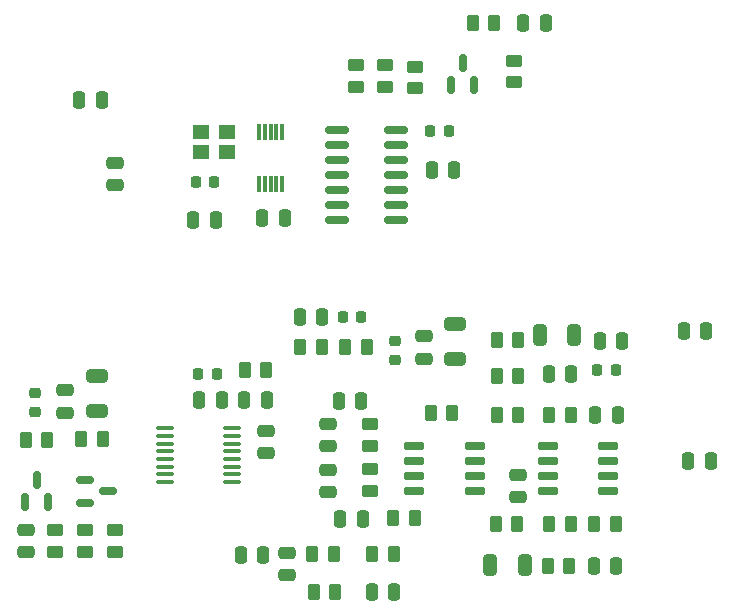
<source format=gbr>
%TF.GenerationSoftware,KiCad,Pcbnew,(6.0.0)*%
%TF.CreationDate,2022-06-16T16:12:24+02:00*%
%TF.ProjectId,sdrt41,73647274-3431-42e6-9b69-6361645f7063,rev?*%
%TF.SameCoordinates,Original*%
%TF.FileFunction,Paste,Top*%
%TF.FilePolarity,Positive*%
%FSLAX46Y46*%
G04 Gerber Fmt 4.6, Leading zero omitted, Abs format (unit mm)*
G04 Created by KiCad (PCBNEW (6.0.0)) date 2022-06-16 16:12:24*
%MOMM*%
%LPD*%
G01*
G04 APERTURE LIST*
G04 Aperture macros list*
%AMRoundRect*
0 Rectangle with rounded corners*
0 $1 Rounding radius*
0 $2 $3 $4 $5 $6 $7 $8 $9 X,Y pos of 4 corners*
0 Add a 4 corners polygon primitive as box body*
4,1,4,$2,$3,$4,$5,$6,$7,$8,$9,$2,$3,0*
0 Add four circle primitives for the rounded corners*
1,1,$1+$1,$2,$3*
1,1,$1+$1,$4,$5*
1,1,$1+$1,$6,$7*
1,1,$1+$1,$8,$9*
0 Add four rect primitives between the rounded corners*
20,1,$1+$1,$2,$3,$4,$5,0*
20,1,$1+$1,$4,$5,$6,$7,0*
20,1,$1+$1,$6,$7,$8,$9,0*
20,1,$1+$1,$8,$9,$2,$3,0*%
G04 Aperture macros list end*
%ADD10RoundRect,0.250000X0.475000X-0.250000X0.475000X0.250000X-0.475000X0.250000X-0.475000X-0.250000X0*%
%ADD11RoundRect,0.250000X-0.262500X-0.450000X0.262500X-0.450000X0.262500X0.450000X-0.262500X0.450000X0*%
%ADD12RoundRect,0.250000X0.325000X0.650000X-0.325000X0.650000X-0.325000X-0.650000X0.325000X-0.650000X0*%
%ADD13RoundRect,0.250000X-0.650000X0.325000X-0.650000X-0.325000X0.650000X-0.325000X0.650000X0.325000X0*%
%ADD14RoundRect,0.150000X0.150000X-0.587500X0.150000X0.587500X-0.150000X0.587500X-0.150000X-0.587500X0*%
%ADD15RoundRect,0.250000X0.262500X0.450000X-0.262500X0.450000X-0.262500X-0.450000X0.262500X-0.450000X0*%
%ADD16RoundRect,0.250000X-0.250000X-0.475000X0.250000X-0.475000X0.250000X0.475000X-0.250000X0.475000X0*%
%ADD17RoundRect,0.250000X0.250000X0.475000X-0.250000X0.475000X-0.250000X-0.475000X0.250000X-0.475000X0*%
%ADD18R,0.300000X1.400000*%
%ADD19RoundRect,0.218750X-0.218750X-0.256250X0.218750X-0.256250X0.218750X0.256250X-0.218750X0.256250X0*%
%ADD20RoundRect,0.250000X-0.475000X0.250000X-0.475000X-0.250000X0.475000X-0.250000X0.475000X0.250000X0*%
%ADD21RoundRect,0.250000X-0.450000X0.262500X-0.450000X-0.262500X0.450000X-0.262500X0.450000X0.262500X0*%
%ADD22RoundRect,0.218750X-0.256250X0.218750X-0.256250X-0.218750X0.256250X-0.218750X0.256250X0.218750X0*%
%ADD23RoundRect,0.218750X0.218750X0.256250X-0.218750X0.256250X-0.218750X-0.256250X0.218750X-0.256250X0*%
%ADD24RoundRect,0.250000X0.450000X-0.262500X0.450000X0.262500X-0.450000X0.262500X-0.450000X-0.262500X0*%
%ADD25RoundRect,0.100000X-0.637500X-0.100000X0.637500X-0.100000X0.637500X0.100000X-0.637500X0.100000X0*%
%ADD26RoundRect,0.150000X-0.825000X-0.150000X0.825000X-0.150000X0.825000X0.150000X-0.825000X0.150000X0*%
%ADD27R,1.400000X1.200000*%
%ADD28RoundRect,0.250000X-0.325000X-0.650000X0.325000X-0.650000X0.325000X0.650000X-0.325000X0.650000X0*%
%ADD29RoundRect,0.150000X-0.725000X-0.150000X0.725000X-0.150000X0.725000X0.150000X-0.725000X0.150000X0*%
%ADD30RoundRect,0.150000X0.725000X0.150000X-0.725000X0.150000X-0.725000X-0.150000X0.725000X-0.150000X0*%
%ADD31RoundRect,0.150000X-0.587500X-0.150000X0.587500X-0.150000X0.587500X0.150000X-0.587500X0.150000X0*%
G04 APERTURE END LIST*
D10*
%TO.C,C7*%
X53213000Y-111567000D03*
X53213000Y-109667000D03*
%TD*%
D11*
%TO.C,R19*%
X76430500Y-94234000D03*
X78255500Y-94234000D03*
%TD*%
D12*
%TO.C,C11*%
X99646000Y-93218000D03*
X96696000Y-93218000D03*
%TD*%
D13*
%TO.C,C3*%
X59182000Y-96696000D03*
X59182000Y-99646000D03*
%TD*%
D14*
%TO.C,Q3*%
X89220000Y-72057500D03*
X91120000Y-72057500D03*
X90170000Y-70182500D03*
%TD*%
D11*
%TO.C,R3*%
X57888500Y-101981000D03*
X59713500Y-101981000D03*
%TD*%
D15*
%TO.C,R18*%
X79398500Y-114935000D03*
X77573500Y-114935000D03*
%TD*%
D16*
%TO.C,C10*%
X67884000Y-98679000D03*
X69784000Y-98679000D03*
%TD*%
%TO.C,C20*%
X101793000Y-93726000D03*
X103693000Y-93726000D03*
%TD*%
%TO.C,C31*%
X97475000Y-96520000D03*
X99375000Y-96520000D03*
%TD*%
D17*
%TO.C,C2*%
X89469000Y-79248000D03*
X87569000Y-79248000D03*
%TD*%
D18*
%TO.C,U7*%
X74914000Y-76032000D03*
X74414000Y-76032000D03*
X73914000Y-76032000D03*
X73414000Y-76032000D03*
X72914000Y-76032000D03*
X72914000Y-80432000D03*
X73414000Y-80432000D03*
X73914000Y-80432000D03*
X74414000Y-80432000D03*
X74914000Y-80432000D03*
%TD*%
D14*
%TO.C,Q1*%
X53152000Y-107363500D03*
X55052000Y-107363500D03*
X54102000Y-105488500D03*
%TD*%
D16*
%TO.C,C18*%
X67376000Y-83439000D03*
X69276000Y-83439000D03*
%TD*%
D19*
%TO.C,L6*%
X101574500Y-96139000D03*
X103149500Y-96139000D03*
%TD*%
D20*
%TO.C,C15*%
X73533000Y-101285000D03*
X73533000Y-103185000D03*
%TD*%
D17*
%TO.C,C21*%
X81595000Y-98740000D03*
X79695000Y-98740000D03*
%TD*%
D13*
%TO.C,C28*%
X89535000Y-92300000D03*
X89535000Y-95250000D03*
%TD*%
D17*
%TO.C,C8*%
X59624000Y-73279000D03*
X57724000Y-73279000D03*
%TD*%
D15*
%TO.C,R22*%
X94789000Y-109220000D03*
X92964000Y-109220000D03*
%TD*%
%TO.C,R24*%
X99337500Y-99949000D03*
X97512500Y-99949000D03*
%TD*%
D21*
%TO.C,R7*%
X81153000Y-70334500D03*
X81153000Y-72159500D03*
%TD*%
D16*
%TO.C,C25*%
X82489000Y-114935000D03*
X84389000Y-114935000D03*
%TD*%
D15*
%TO.C,R13*%
X86129500Y-108712000D03*
X84304500Y-108712000D03*
%TD*%
D22*
%TO.C,L4*%
X84455000Y-93700500D03*
X84455000Y-95275500D03*
%TD*%
D23*
%TO.C,L7*%
X81587500Y-91700000D03*
X80012500Y-91700000D03*
%TD*%
D20*
%TO.C,C13*%
X78740000Y-106487000D03*
X78740000Y-104587000D03*
%TD*%
D24*
%TO.C,R10*%
X82296000Y-102573500D03*
X82296000Y-100748500D03*
%TD*%
D11*
%TO.C,R27*%
X101322500Y-109220000D03*
X103147500Y-109220000D03*
%TD*%
D24*
%TO.C,R12*%
X86106000Y-72286500D03*
X86106000Y-70461500D03*
%TD*%
D21*
%TO.C,R16*%
X94488000Y-69953500D03*
X94488000Y-71778500D03*
%TD*%
D16*
%TO.C,C34*%
X108905000Y-92837000D03*
X110805000Y-92837000D03*
%TD*%
D11*
%TO.C,R25*%
X93067500Y-96647000D03*
X94892500Y-96647000D03*
%TD*%
%TO.C,R28*%
X93067500Y-93599000D03*
X94892500Y-93599000D03*
%TD*%
%TO.C,R23*%
X97385500Y-112776000D03*
X99210500Y-112776000D03*
%TD*%
D16*
%TO.C,C17*%
X79822000Y-108773000D03*
X81722000Y-108773000D03*
%TD*%
D22*
%TO.C,L2*%
X53975000Y-98145500D03*
X53975000Y-99720500D03*
%TD*%
D10*
%TO.C,C22*%
X75285600Y-113522800D03*
X75285600Y-111622800D03*
%TD*%
D25*
%TO.C,U5*%
X64955500Y-101103000D03*
X64955500Y-101753000D03*
X64955500Y-102403000D03*
X64955500Y-103053000D03*
X64955500Y-103703000D03*
X64955500Y-104353000D03*
X64955500Y-105003000D03*
X64955500Y-105653000D03*
X70680500Y-105653000D03*
X70680500Y-105003000D03*
X70680500Y-104353000D03*
X70680500Y-103703000D03*
X70680500Y-103053000D03*
X70680500Y-102403000D03*
X70680500Y-101753000D03*
X70680500Y-101103000D03*
%TD*%
D26*
%TO.C,U3*%
X79567000Y-75819000D03*
X79567000Y-77089000D03*
X79567000Y-78359000D03*
X79567000Y-79629000D03*
X79567000Y-80899000D03*
X79567000Y-82169000D03*
X79567000Y-83439000D03*
X84517000Y-83439000D03*
X84517000Y-82169000D03*
X84517000Y-80899000D03*
X84517000Y-79629000D03*
X84517000Y-78359000D03*
X84517000Y-77089000D03*
X84517000Y-75819000D03*
%TD*%
D11*
%TO.C,R2*%
X53189500Y-102108000D03*
X55014500Y-102108000D03*
%TD*%
D15*
%TO.C,R11*%
X79271500Y-111760000D03*
X77446500Y-111760000D03*
%TD*%
%TO.C,R26*%
X99337500Y-109220000D03*
X97512500Y-109220000D03*
%TD*%
D24*
%TO.C,R4*%
X58166000Y-111529500D03*
X58166000Y-109704500D03*
%TD*%
D27*
%TO.C,Y1*%
X70188000Y-75985000D03*
X67988000Y-75985000D03*
X67988000Y-77685000D03*
X70188000Y-77685000D03*
%TD*%
D20*
%TO.C,C14*%
X78740000Y-100711000D03*
X78740000Y-102611000D03*
%TD*%
D16*
%TO.C,C33*%
X109286000Y-103886000D03*
X111186000Y-103886000D03*
%TD*%
D28*
%TO.C,C27*%
X92505000Y-112649000D03*
X95455000Y-112649000D03*
%TD*%
D17*
%TO.C,C23*%
X75118000Y-83312000D03*
X73218000Y-83312000D03*
%TD*%
%TO.C,C16*%
X71389200Y-111861600D03*
X73289200Y-111861600D03*
%TD*%
D29*
%TO.C,U8*%
X97374000Y-102616000D03*
X97374000Y-103886000D03*
X97374000Y-105156000D03*
X97374000Y-106426000D03*
X102524000Y-106426000D03*
X102524000Y-105156000D03*
X102524000Y-103886000D03*
X102524000Y-102616000D03*
%TD*%
D15*
%TO.C,R9*%
X73556500Y-96139000D03*
X71731500Y-96139000D03*
%TD*%
D20*
%TO.C,C12*%
X86868000Y-93284000D03*
X86868000Y-95184000D03*
%TD*%
D24*
%TO.C,R8*%
X82296000Y-106383500D03*
X82296000Y-104558500D03*
%TD*%
D15*
%TO.C,R21*%
X94892500Y-99949000D03*
X93067500Y-99949000D03*
%TD*%
D19*
%TO.C,L3*%
X67792500Y-96520000D03*
X69367500Y-96520000D03*
%TD*%
D11*
%TO.C,R20*%
X80240500Y-94234000D03*
X82065500Y-94234000D03*
%TD*%
D10*
%TO.C,C9*%
X60706000Y-80513000D03*
X60706000Y-78613000D03*
%TD*%
D11*
%TO.C,R14*%
X87479500Y-99822000D03*
X89304500Y-99822000D03*
%TD*%
D17*
%TO.C,C30*%
X103185000Y-112776000D03*
X101285000Y-112776000D03*
%TD*%
%TO.C,C24*%
X97216000Y-66802000D03*
X95316000Y-66802000D03*
%TD*%
D30*
%TO.C,U6*%
X91221000Y-106360000D03*
X91221000Y-105090000D03*
X91221000Y-103820000D03*
X91221000Y-102550000D03*
X86071000Y-102550000D03*
X86071000Y-103820000D03*
X86071000Y-105090000D03*
X86071000Y-106360000D03*
%TD*%
D20*
%TO.C,C6*%
X56515000Y-97856000D03*
X56515000Y-99756000D03*
%TD*%
D21*
%TO.C,R1*%
X55626000Y-109704500D03*
X55626000Y-111529500D03*
%TD*%
D15*
%TO.C,R17*%
X84351500Y-111760000D03*
X82526500Y-111760000D03*
%TD*%
D21*
%TO.C,R6*%
X83566000Y-70334500D03*
X83566000Y-72159500D03*
%TD*%
D16*
%TO.C,C19*%
X71694000Y-98679000D03*
X73594000Y-98679000D03*
%TD*%
%TO.C,C26*%
X76393000Y-91694000D03*
X78293000Y-91694000D03*
%TD*%
D15*
%TO.C,R15*%
X92860500Y-66802000D03*
X91035500Y-66802000D03*
%TD*%
D24*
%TO.C,R5*%
X60706000Y-111529500D03*
X60706000Y-109704500D03*
%TD*%
D31*
%TO.C,Q2*%
X58244500Y-105476000D03*
X58244500Y-107376000D03*
X60119500Y-106426000D03*
%TD*%
D10*
%TO.C,C32*%
X94869000Y-106934000D03*
X94869000Y-105034000D03*
%TD*%
D23*
%TO.C,L1*%
X89027000Y-75946000D03*
X87452000Y-75946000D03*
%TD*%
D19*
%TO.C,L5*%
X67564000Y-80264000D03*
X69139000Y-80264000D03*
%TD*%
D17*
%TO.C,C29*%
X103312000Y-99949000D03*
X101412000Y-99949000D03*
%TD*%
M02*

</source>
